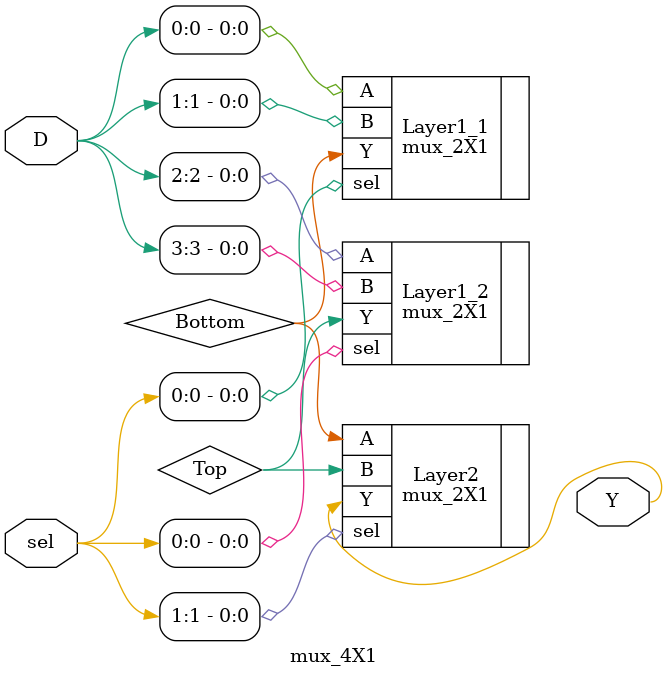
<source format=sv>
module mux_4X1(
	 input  logic [1:0] sel,
	 input  logic [3:0] D,
	 output logic Y
);
wire logic Top, Bottom;
mux_2X1      Layer1_1 (.sel(sel[0]), .A(D[0]),   .B(D[1]), .Y(Bottom));
mux_2X1      Layer1_2 (.sel(sel[0]), .A(D[2]),   .B(D[3]), .Y(Top));
mux_2X1      Layer2   (.sel(sel[1]), .A(Bottom), .B(Top),  .Y(Y));
endmodule


</source>
